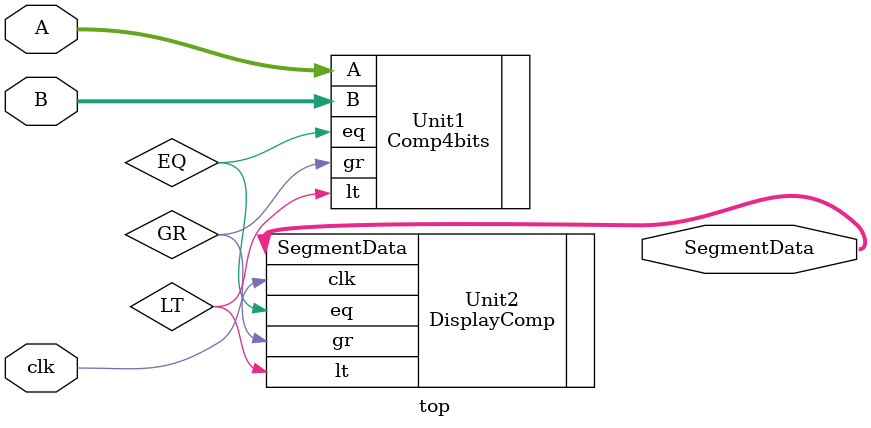
<source format=v>
`include "MDSD//Extra_credit_sessions//Verilogreview//DisplayComp.v"
`include "MDSD//Extra_credit_sessions//Verilogreview//Comp4bits.v"

module top(
    input [3:0]A,B,
    input clk,
    output [6:0] SegmentData
);
    wire LT,GR,EQ;
    Comp4bits Unit1(.A(A),.B(B),.lt(LT),.gr(GR),.eq(EQ));
    DisplayComp Unit2(.lt(LT),.gr(GR),.eq(EQ),.clk(clk),.SegmentData(SegmentData));
endmodule
</source>
